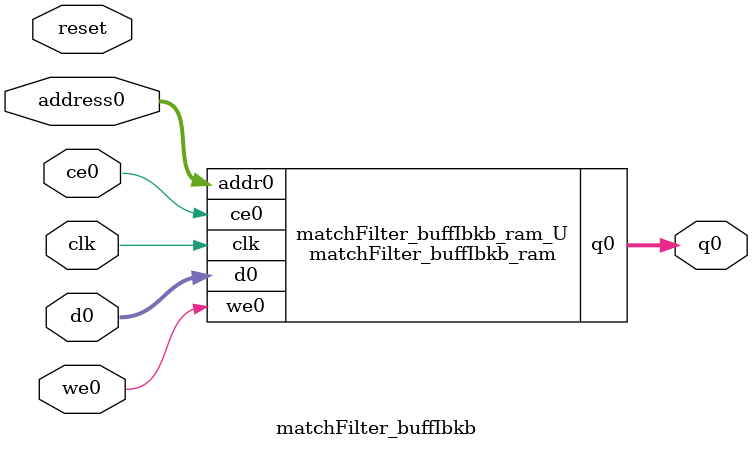
<source format=v>

`timescale 1 ns / 1 ps
module matchFilter_buffIbkb_ram (addr0, ce0, d0, we0, q0,  clk);

parameter DWIDTH = 32;
parameter AWIDTH = 7;
parameter MEM_SIZE = 128;

input[AWIDTH-1:0] addr0;
input ce0;
input[DWIDTH-1:0] d0;
input we0;
output reg[DWIDTH-1:0] q0;
input clk;

(* ram_style = "block" *)reg [DWIDTH-1:0] ram[0:MEM_SIZE-1];




always @(posedge clk)  
begin 
    if (ce0) 
    begin
        if (we0) 
        begin 
            ram[addr0] <= d0; 
            q0 <= d0;
        end 
        else 
            q0 <= ram[addr0];
    end
end


endmodule


`timescale 1 ns / 1 ps
module matchFilter_buffIbkb(
    reset,
    clk,
    address0,
    ce0,
    we0,
    d0,
    q0);

parameter DataWidth = 32'd32;
parameter AddressRange = 32'd128;
parameter AddressWidth = 32'd7;
input reset;
input clk;
input[AddressWidth - 1:0] address0;
input ce0;
input we0;
input[DataWidth - 1:0] d0;
output[DataWidth - 1:0] q0;



matchFilter_buffIbkb_ram matchFilter_buffIbkb_ram_U(
    .clk( clk ),
    .addr0( address0 ),
    .ce0( ce0 ),
    .d0( d0 ),
    .we0( we0 ),
    .q0( q0 ));

endmodule


</source>
